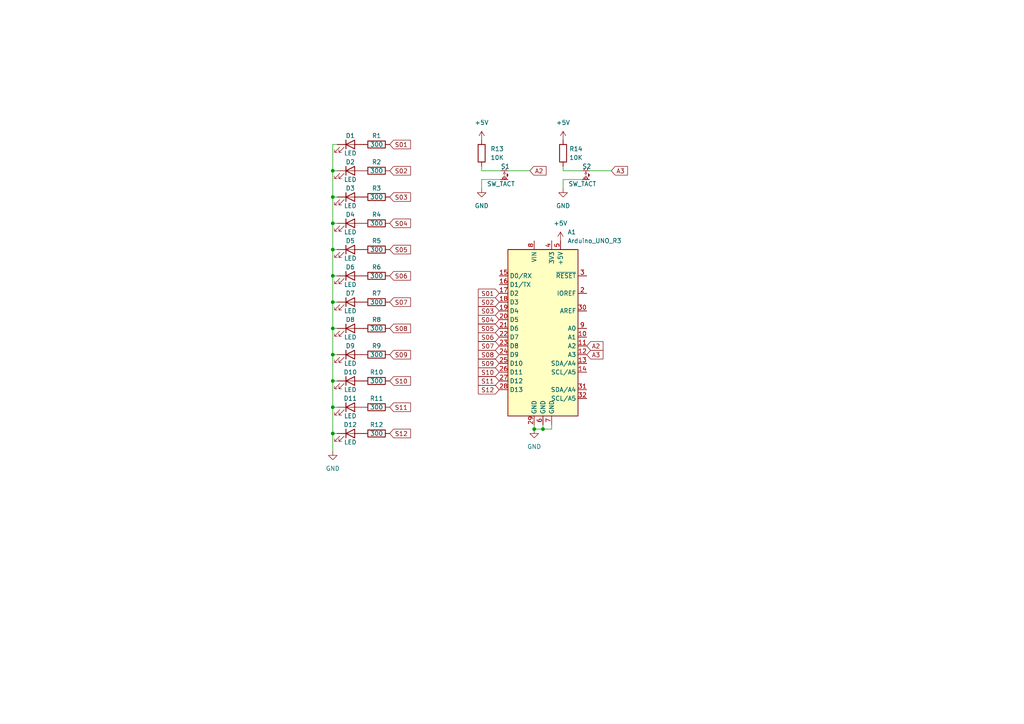
<source format=kicad_sch>
(kicad_sch (version 20211123) (generator eeschema)
  (paper "A4")
  (title_block (title "LED_Roulette_Shield") (date "0220822"))
  (lib_symbols
    (symbol "Device:LED" (pin_numbers hide) (pin_names (offset 1.016) hide)
      (property "Reference" "D" (at 0 2.54 0))
      (property "Value" "LED" (at 0 -2.54 0))
      (symbol "LED_0_1"
        (polyline (pts (xy -1.27 -1.27) (xy -1.27 1.27)) (stroke (width 0.254)))
        (polyline (pts (xy -1.27 0) (xy 1.27 0)))
        (polyline (pts (xy 1.27 -1.27) (xy 1.27 1.27) (xy -1.27 0) (xy 1.27 -1.27)) (stroke (width 0.254)))
        (polyline (pts (xy -3.048 -0.762) (xy -4.572 -2.286) (xy -3.81 -2.286) (xy -4.572 -2.286) (xy -4.572 -1.524)))
        (polyline (pts (xy -1.778 -0.762) (xy -3.302 -2.286) (xy -2.54 -2.286) (xy -3.302 -2.286) (xy -3.302 -1.524)))
      )
      (symbol "LED_1_1"
        (pin passive line (at -3.81 0 0) (length 2.54) (name "K") (number "1"))
        (pin passive line (at 3.81 0 180) (length 2.54) (name "A") (number "2"))
      )
    )
    (symbol "Device:R" (pin_numbers hide) (pin_names (offset 0))
      (property "Reference" "R" (at 2.032 0 90))
      (property "Value" "R" (at 0 0 90))
      (symbol "R_0_1"
        (rectangle (start -1.016 -2.54) (end 1.016 2.54) (stroke (width 0.254)))
      )
      (symbol "R_1_1"
        (pin passive line (at 0 3.81 270) (length 1.27) (name "~") (number "1"))
        (pin passive line (at 0 -3.81 90) (length 1.27) (name "~") (number "2"))
      )
    )
    (symbol "Hyuk_Library:NW3-TS-G008"
      (property "Reference" "S" (at 1.016 1.778 0))
      (property "Value" "NW3-TS-G008" (at 1.016 -6.096 0))
      (symbol "NW3-TS-G008_0_1"
        (polyline (pts (xy 1.016 -2.032) (xy 1.016 -2.54)))
        (polyline (pts (xy 1.016 0) (xy 1.016 -0.508)))
        (polyline (pts (xy 1.778 -0.762) (xy 1.778 -1.778)))
        (circle (center 1.016 -1.778) (radius 0.254))
        (circle (center 1.016 -0.762) (radius 0.254))
        (rectangle (start 1.778 -1.016) (end 2.032 -1.524) (fill (type outline)))
      )
      (symbol "NW3-TS-G008_1_1"
        (pin input line (at 0 0 0) (length 1.05) (name "") (number "1"))
        (pin input line (at 0 -2.54 0) (length 1.05) (name "") (number "2"))
        (pin input line (at 2.032 -2.54 180) (length 1.05) (name "") (number "3"))
        (pin input line (at 2.032 0 180) (length 1.05) (name "") (number "4"))
      )
    )
    (symbol "MCU_Module:Arduino_UNO_R3"
      (property "Reference" "A" (at -10.16 23.495 0))
      (property "Value" "Arduino_UNO_R3" (at 5.08 -26.67 0))
      (symbol "Arduino_UNO_R3_0_1"
        (rectangle (start -10.16 22.86) (end 10.16 -25.4) (stroke (width 0.254)) (fill (type background)))
      )
      (symbol "Arduino_UNO_R3_1_1"
        (pin no_connect line (at -10.16 -20.32 0) (length 2.54) hide (name "NC") (number "1"))
        (pin bidirectional line (at 12.7 -2.54 180) (length 2.54) (name "A1") (number "10"))
        (pin bidirectional line (at 12.7 -5.08 180) (length 2.54) (name "A2") (number "11"))
        (pin bidirectional line (at 12.7 -7.62 180) (length 2.54) (name "A3") (number "12"))
        (pin bidirectional line (at 12.7 -10.16 180) (length 2.54) (name "SDA/A4") (number "13"))
        (pin bidirectional line (at 12.7 -12.7 180) (length 2.54) (name "SCL/A5") (number "14"))
        (pin bidirectional line (at -12.7 15.24 0) (length 2.54) (name "D0/RX") (number "15"))
        (pin bidirectional line (at -12.7 12.7 0) (length 2.54) (name "D1/TX") (number "16"))
        (pin bidirectional line (at -12.7 10.16 0) (length 2.54) (name "D2") (number "17"))
        (pin bidirectional line (at -12.7 7.62 0) (length 2.54) (name "D3") (number "18"))
        (pin bidirectional line (at -12.7 5.08 0) (length 2.54) (name "D4") (number "19"))
        (pin output line (at 12.7 10.16 180) (length 2.54) (name "IOREF") (number "2"))
        (pin bidirectional line (at -12.7 2.54 0) (length 2.54) (name "D5") (number "20"))
        (pin bidirectional line (at -12.7 0 0) (length 2.54) (name "D6") (number "21"))
        (pin bidirectional line (at -12.7 -2.54 0) (length 2.54) (name "D7") (number "22"))
        (pin bidirectional line (at -12.7 -5.08 0) (length 2.54) (name "D8") (number "23"))
        (pin bidirectional line (at -12.7 -7.62 0) (length 2.54) (name "D9") (number "24"))
        (pin bidirectional line (at -12.7 -10.16 0) (length 2.54) (name "D10") (number "25"))
        (pin bidirectional line (at -12.7 -12.7 0) (length 2.54) (name "D11") (number "26"))
        (pin bidirectional line (at -12.7 -15.24 0) (length 2.54) (name "D12") (number "27"))
        (pin bidirectional line (at -12.7 -17.78 0) (length 2.54) (name "D13") (number "28"))
        (pin power_in line (at -2.54 -27.94 90) (length 2.54) (name "GND") (number "29"))
        (pin input line (at 12.7 15.24 180) (length 2.54) (name "~{RESET}") (number "3"))
        (pin input line (at 12.7 5.08 180) (length 2.54) (name "AREF") (number "30"))
        (pin bidirectional line (at 12.7 -17.78 180) (length 2.54) (name "SDA/A4") (number "31"))
        (pin bidirectional line (at 12.7 -20.32 180) (length 2.54) (name "SCL/A5") (number "32"))
        (pin power_out line (at 2.54 25.4 270) (length 2.54) (name "3V3") (number "4"))
        (pin power_out line (at 5.08 25.4 270) (length 2.54) (name "+5V") (number "5"))
        (pin power_in line (at 0 -27.94 90) (length 2.54) (name "GND") (number "6"))
        (pin power_in line (at 2.54 -27.94 90) (length 2.54) (name "GND") (number "7"))
        (pin power_in line (at -2.54 25.4 270) (length 2.54) (name "VIN") (number "8"))
        (pin bidirectional line (at 12.7 0 180) (length 2.54) (name "A0") (number "9"))
      )
    )
    (symbol "power:+5V" (power) (pin_names (offset 0))
      (property "Value" "+5V" (at 0 3.556 0))
      (symbol "+5V_0_1"
        (polyline (pts (xy -0.762 1.27) (xy 0 2.54)))
        (polyline (pts (xy 0 0) (xy 0 2.54)))
        (polyline (pts (xy 0 2.54) (xy 0.762 1.27)))
      )
      (symbol "+5V_1_1"
        (pin power_in line (at 0 0 90) (length 0) hide (name "+5V") (number "1"))
      )
    )
    (symbol "power:GND" (power) (pin_names (offset 0))
      (property "Value" "GND" (at 0 -3.81 0))
      (symbol "GND_0_1"
        (polyline (pts (xy 0 0) (xy 0 -1.27) (xy 1.27 -1.27) (xy 0 -2.54) (xy -1.27 -1.27) (xy 0 -1.27)))
      )
      (symbol "GND_1_1"
        (pin power_in line (at 0 0 270) (length 0) hide (name "GND") (number "1"))
      )
    )
  )
  (junction (at 96.52 57.15))
  (junction (at 154.94 124.46))
  (junction (at 96.52 64.77))
  (junction (at 96.52 80.01))
  (junction (at 96.52 49.53))
  (junction (at 96.52 102.87))
  (junction (at 157.48 124.46))
  (junction (at 96.52 125.73))
  (junction (at 96.52 110.49))
  (junction (at 96.52 87.63))
  (junction (at 96.52 118.11))
  (junction (at 96.52 72.39))
  (junction (at 96.52 95.25))
  (wire (pts (xy 157.48 123.19) (xy 157.48 124.46)))
  (wire (pts (xy 96.52 110.49) (xy 97.79 110.49)))
  (wire (pts (xy 153.67 49.53) (xy 147.32 49.53)))
  (wire (pts (xy 154.94 123.19) (xy 154.94 124.46)))
  (wire (pts (xy 96.52 49.53) (xy 97.79 49.53)))
  (wire (pts (xy 163.322 52.07) (xy 168.91 52.07)))
  (wire (pts (xy 96.52 110.49) (xy 96.52 102.87)))
  (wire (pts (xy 96.52 57.15) (xy 96.52 49.53)))
  (wire (pts (xy 96.52 102.87) (xy 97.79 102.87)))
  (wire (pts (xy 139.7 48.26) (xy 139.7 49.53)))
  (wire (pts (xy 139.7 52.07) (xy 145.288 52.07)))
  (wire (pts (xy 154.94 124.46) (xy 157.48 124.46)))
  (wire (pts (xy 96.52 80.01) (xy 96.52 72.39)))
  (wire (pts (xy 96.52 125.73) (xy 96.52 118.11)))
  (wire (pts (xy 96.52 87.63) (xy 97.79 87.63)))
  (wire (pts (xy 163.322 52.07) (xy 163.322 54.61)))
  (wire (pts (xy 96.52 41.91) (xy 97.79 41.91)))
  (wire (pts (xy 96.52 57.15) (xy 97.79 57.15)))
  (wire (pts (xy 163.322 48.26) (xy 163.322 49.53)))
  (wire (pts (xy 163.322 49.53) (xy 168.91 49.53)))
  (wire (pts (xy 96.52 64.77) (xy 97.79 64.77)))
  (wire (pts (xy 177.292 49.53) (xy 170.942 49.53)))
  (wire (pts (xy 139.7 52.07) (xy 139.7 54.61)))
  (wire (pts (xy 96.52 95.25) (xy 96.52 87.63)))
  (wire (pts (xy 96.52 118.11) (xy 97.79 118.11)))
  (wire (pts (xy 96.52 87.63) (xy 96.52 80.01)))
  (wire (pts (xy 96.52 95.25) (xy 97.79 95.25)))
  (wire (pts (xy 96.52 72.39) (xy 96.52 64.77)))
  (wire (pts (xy 160.02 124.46) (xy 160.02 123.19)))
  (wire (pts (xy 96.52 64.77) (xy 96.52 57.15)))
  (wire (pts (xy 96.52 72.39) (xy 97.79 72.39)))
  (wire (pts (xy 96.52 80.01) (xy 97.79 80.01)))
  (wire (pts (xy 96.52 102.87) (xy 96.52 95.25)))
  (wire (pts (xy 139.7 49.53) (xy 145.288 49.53)))
  (wire (pts (xy 96.52 118.11) (xy 96.52 110.49)))
  (wire (pts (xy 96.52 130.81) (xy 96.52 125.73)))
  (wire (pts (xy 157.48 124.46) (xy 160.02 124.46)))
  (wire (pts (xy 96.52 125.73) (xy 97.79 125.73)))
  (wire (pts (xy 96.52 49.53) (xy 96.52 41.91)))
  (global_label "A2" (shape input) (at 170.18 100.33 0) (property "Intersheet References" "${INTERSHEET_REFS}" (effects hide)))
  (global_label "S12" (shape input) (at 144.78 113.03 180) (property "Intersheet References" "${INTERSHEET_REFS}" (effects hide)))
  (global_label "S04" (shape input) (at 113.03 64.77 0) (property "Intersheet References" "${INTERSHEET_REFS}" (effects hide)))
  (global_label "S10" (shape input) (at 144.78 107.95 180) (property "Intersheet References" "${INTERSHEET_REFS}" (effects hide)))
  (global_label "A3" (shape input) (at 177.292 49.53 0) (property "Intersheet References" "${INTERSHEET_REFS}" (effects hide)))
  (global_label "A3" (shape input) (at 170.18 102.87 0) (property "Intersheet References" "${INTERSHEET_REFS}" (effects hide)))
  (global_label "S02" (shape input) (at 113.03 49.53 0) (property "Intersheet References" "${INTERSHEET_REFS}" (effects hide)))
  (global_label "S05" (shape input) (at 113.03 72.39 0) (property "Intersheet References" "${INTERSHEET_REFS}" (effects hide)))
  (global_label "S04" (shape input) (at 144.78 92.71 180) (property "Intersheet References" "${INTERSHEET_REFS}" (effects hide)))
  (global_label "S12" (shape input) (at 113.03 125.73 0) (property "Intersheet References" "${INTERSHEET_REFS}" (effects hide)))
  (global_label "S08" (shape input) (at 144.78 102.87 180) (property "Intersheet References" "${INTERSHEET_REFS}" (effects hide)))
  (global_label "S06" (shape input) (at 144.78 97.79 180) (property "Intersheet References" "${INTERSHEET_REFS}" (effects hide)))
  (global_label "S10" (shape input) (at 113.03 110.49 0) (property "Intersheet References" "${INTERSHEET_REFS}" (effects hide)))
  (global_label "S05" (shape input) (at 144.78 95.25 180) (property "Intersheet References" "${INTERSHEET_REFS}" (effects hide)))
  (global_label "S06" (shape input) (at 113.03 80.01 0) (property "Intersheet References" "${INTERSHEET_REFS}" (effects hide)))
  (global_label "S03" (shape input) (at 113.03 57.15 0) (property "Intersheet References" "${INTERSHEET_REFS}" (effects hide)))
  (global_label "S09" (shape input) (at 144.78 105.41 180) (property "Intersheet References" "${INTERSHEET_REFS}" (effects hide)))
  (global_label "S03" (shape input) (at 144.78 90.17 180) (property "Intersheet References" "${INTERSHEET_REFS}" (effects hide)))
  (global_label "S02" (shape input) (at 144.78 87.63 180) (property "Intersheet References" "${INTERSHEET_REFS}" (effects hide)))
  (global_label "S07" (shape input) (at 113.03 87.63 0) (property "Intersheet References" "${INTERSHEET_REFS}" (effects hide)))
  (global_label "S09" (shape input) (at 113.03 102.87 0) (property "Intersheet References" "${INTERSHEET_REFS}" (effects hide)))
  (global_label "S01" (shape input) (at 113.03 41.91 0) (property "Intersheet References" "${INTERSHEET_REFS}" (effects hide)))
  (global_label "A2" (shape input) (at 153.67 49.53 0) (property "Intersheet References" "${INTERSHEET_REFS}" (effects hide)))
  (global_label "S11" (shape input) (at 144.78 110.49 180) (property "Intersheet References" "${INTERSHEET_REFS}" (effects hide)))
  (global_label "S08" (shape input) (at 113.03 95.25 0) (property "Intersheet References" "${INTERSHEET_REFS}" (effects hide)))
  (global_label "S01" (shape input) (at 144.78 85.09 180) (property "Intersheet References" "${INTERSHEET_REFS}" (effects hide)))
  (global_label "S11" (shape input) (at 113.03 118.11 0) (property "Intersheet References" "${INTERSHEET_REFS}" (effects hide)))
  (global_label "S07" (shape input) (at 144.78 100.33 180) (property "Intersheet References" "${INTERSHEET_REFS}" (effects hide)))
  (symbol (lib_id "Device:R") (at 109.22 41.91 270) (unit 1)
    (property "Reference" "R1" (at 109.22 39.37 90))
    (property "Value" "300" (at 109.22 41.91 90))
    (property "Footprint" "Resistor_THT:R_Axial_DIN0207_L6.3mm_D2.5mm_P7.62mm_Horizontal" (effects hide))
  )
  (symbol (lib_id "Device:LED") (at 101.6 118.11 0) (unit 1)
    (property "Reference" "D11" (at 101.6 115.57 0))
    (property "Value" "LED" (at 101.6 120.65 0))
    (property "Footprint" "LED_THT:LED_D5.0mm" (effects hide))
  )
  (symbol (lib_id "Device:R") (at 109.22 72.39 270) (unit 1)
    (property "Reference" "R5" (at 109.22 69.85 90))
    (property "Value" "300" (at 109.22 72.39 90))
    (property "Footprint" "Resistor_THT:R_Axial_DIN0207_L6.3mm_D2.5mm_P7.62mm_Horizontal" (effects hide))
  )
  (symbol (lib_id "Hyuk_Library:NW3-TS-G008") (at 168.91 49.53 0) (unit 1)
    (property "Reference" "S2" (at 170.18 48.26 0))
    (property "Value" "SW_TACT" (at 168.91 53.34 0))
    (property "Footprint" "Hyuk_Library:NW3-TS-G008" (effects hide))
  )
  (symbol (lib_id "Device:LED") (at 101.6 49.53 0) (unit 1)
    (property "Reference" "D2" (at 101.6 46.99 0))
    (property "Value" "LED" (at 101.6 52.07 0))
    (property "Footprint" "LED_THT:LED_D5.0mm" (effects hide))
  )
  (symbol (lib_id "Device:R") (at 109.22 49.53 270) (unit 1)
    (property "Reference" "R2" (at 109.22 46.99 90))
    (property "Value" "300" (at 109.22 49.53 90))
    (property "Footprint" "Resistor_THT:R_Axial_DIN0207_L6.3mm_D2.5mm_P7.62mm_Horizontal" (effects hide))
  )
  (symbol (lib_id "power:GND") (at 139.7 54.61 0) (unit 1)
    (property "Reference" "#PWR014" (effects hide))
    (property "Value" "GND" (at 139.7 59.69 0))
  )
  (symbol (lib_id "Device:R") (at 109.22 125.73 270) (unit 1)
    (property "Reference" "R12" (at 109.22 123.19 90))
    (property "Value" "300" (at 109.22 125.73 90))
    (property "Footprint" "Resistor_THT:R_Axial_DIN0207_L6.3mm_D2.5mm_P7.62mm_Horizontal" (effects hide))
  )
  (symbol (lib_id "Device:R") (at 109.22 80.01 270) (unit 1)
    (property "Reference" "R6" (at 109.22 77.47 90))
    (property "Value" "300" (at 109.22 80.01 90))
    (property "Footprint" "Resistor_THT:R_Axial_DIN0207_L6.3mm_D2.5mm_P7.62mm_Horizontal" (effects hide))
  )
  (symbol (lib_id "Device:LED") (at 101.6 102.87 0) (unit 1)
    (property "Reference" "D9" (at 101.6 100.33 0))
    (property "Value" "LED" (at 101.6 105.41 0))
    (property "Footprint" "LED_THT:LED_D5.0mm" (effects hide))
  )
  (symbol (lib_id "Device:R") (at 163.322 44.45 180) (unit 1)
    (property "Reference" "R14" (at 165.1 43.1799 0) (effects (justify right)))
    (property "Value" "10K" (at 165.1 45.7199 0) (effects (justify right)))
    (property "Footprint" "Resistor_THT:R_Axial_DIN0207_L6.3mm_D2.5mm_P7.62mm_Horizontal" (effects hide))
  )
  (symbol (lib_id "Device:R") (at 109.22 95.25 270) (unit 1)
    (property "Reference" "R8" (at 109.22 92.71 90))
    (property "Value" "300" (at 109.22 95.25 90))
    (property "Footprint" "Resistor_THT:R_Axial_DIN0207_L6.3mm_D2.5mm_P7.62mm_Horizontal" (effects hide))
  )
  (symbol (lib_id "Device:R") (at 109.22 64.77 270) (unit 1)
    (property "Reference" "R4" (at 109.22 62.23 90))
    (property "Value" "300" (at 109.22 64.77 90))
    (property "Footprint" "Resistor_THT:R_Axial_DIN0207_L6.3mm_D2.5mm_P7.62mm_Horizontal" (effects hide))
  )
  (symbol (lib_id "Device:R") (at 109.22 110.49 270) (unit 1)
    (property "Reference" "R10" (at 109.22 107.95 90))
    (property "Value" "300" (at 109.22 110.49 90))
    (property "Footprint" "Resistor_THT:R_Axial_DIN0207_L6.3mm_D2.5mm_P7.62mm_Horizontal" (effects hide))
  )
  (symbol (lib_id "Hyuk_Library:NW3-TS-G008") (at 145.288 49.53 0) (unit 1)
    (property "Reference" "S1" (at 146.558 48.26 0))
    (property "Value" "SW_TACT" (at 145.288 53.34 0))
    (property "Footprint" "Hyuk_Library:NW3-TS-G008" (effects hide))
  )
  (symbol (lib_id "Device:R") (at 109.22 118.11 270) (unit 1)
    (property "Reference" "R11" (at 109.22 115.57 90))
    (property "Value" "300" (at 109.22 118.11 90))
    (property "Footprint" "Resistor_THT:R_Axial_DIN0207_L6.3mm_D2.5mm_P7.62mm_Horizontal" (effects hide))
  )
  (symbol (lib_id "Device:LED") (at 101.6 80.01 0) (unit 1)
    (property "Reference" "D6" (at 101.6 77.47 0))
    (property "Value" "LED" (at 101.6 82.55 0))
    (property "Footprint" "LED_THT:LED_D5.0mm" (effects hide))
  )
  (symbol (lib_id "power:GND") (at 96.52 130.81 0) (unit 1)
    (property "Reference" "#PWR012" (effects hide))
    (property "Value" "GND" (at 96.52 135.89 0))
  )
  (symbol (lib_id "power:+5V") (at 139.7 40.64 0) (unit 1)
    (property "Reference" "#PWR013" (effects hide))
    (property "Value" "+5V" (at 139.7 35.56 0))
  )
  (symbol (lib_id "power:GND") (at 154.94 124.46 0) (unit 1)
    (property "Reference" "#PWR015" (effects hide))
    (property "Value" "GND" (at 154.94 129.54 0))
  )
  (symbol (lib_id "power:+5V") (at 163.322 40.64 0) (unit 1)
    (property "Reference" "#PWR017" (effects hide))
    (property "Value" "+5V" (at 163.322 35.56 0))
  )
  (symbol (lib_id "Device:LED") (at 101.6 87.63 0) (unit 1)
    (property "Reference" "D7" (at 101.6 85.09 0))
    (property "Value" "LED" (at 101.6 90.17 0))
    (property "Footprint" "LED_THT:LED_D5.0mm" (effects hide))
  )
  (symbol (lib_id "Device:LED") (at 101.6 64.77 0) (unit 1)
    (property "Reference" "D4" (at 101.6 62.23 0))
    (property "Value" "LED" (at 101.6 67.31 0))
    (property "Footprint" "LED_THT:LED_D5.0mm" (effects hide))
  )
  (symbol (lib_id "Device:R") (at 109.22 57.15 270) (unit 1)
    (property "Reference" "R3" (at 109.22 54.61 90))
    (property "Value" "300" (at 109.22 57.15 90))
    (property "Footprint" "Resistor_THT:R_Axial_DIN0207_L6.3mm_D2.5mm_P7.62mm_Horizontal" (effects hide))
  )
  (symbol (lib_id "Device:LED") (at 101.6 95.25 0) (unit 1)
    (property "Reference" "D8" (at 101.6 92.71 0))
    (property "Value" "LED" (at 101.6 97.79 0))
    (property "Footprint" "LED_THT:LED_D5.0mm" (effects hide))
  )
  (symbol (lib_id "Device:LED") (at 101.6 110.49 0) (unit 1)
    (property "Reference" "D10" (at 101.6 107.95 0))
    (property "Value" "LED" (at 101.6 113.03 0))
    (property "Footprint" "LED_THT:LED_D5.0mm" (effects hide))
  )
  (symbol (lib_id "Device:LED") (at 101.6 125.73 0) (unit 1)
    (property "Reference" "D12" (at 101.6 123.19 0))
    (property "Value" "LED" (at 101.6 128.27 0))
    (property "Footprint" "LED_THT:LED_D5.0mm" (effects hide))
  )
  (symbol (lib_id "Device:LED") (at 101.6 57.15 0) (unit 1)
    (property "Reference" "D3" (at 101.6 54.61 0))
    (property "Value" "LED" (at 101.6 59.69 0))
    (property "Footprint" "LED_THT:LED_D5.0mm" (effects hide))
  )
  (symbol (lib_id "MCU_Module:Arduino_UNO_R3") (at 157.48 95.25 0) (unit 1)
    (property "Reference" "A1" (at 164.5794 67.31 0) (effects (justify left)))
    (property "Value" "Arduino_UNO_R3" (at 164.5794 69.85 0) (effects (justify left)))
    (property "Footprint" "Module:Arduino_UNO_R3" (effects hide))
    (property "Datasheet" "https://www.arduino.cc/en/Main/arduinoBoardUno" (effects hide))
  )
  (symbol (lib_id "Device:R") (at 109.22 87.63 270) (unit 1)
    (property "Reference" "R7" (at 109.22 85.09 90))
    (property "Value" "300" (at 109.22 87.63 90))
    (property "Footprint" "Resistor_THT:R_Axial_DIN0207_L6.3mm_D2.5mm_P7.62mm_Horizontal" (effects hide))
  )
  (symbol (lib_id "power:+5V") (at 162.56 69.85 0) (unit 1)
    (property "Reference" "#PWR016" (effects hide))
    (property "Value" "+5V" (at 162.56 64.77 0))
  )
  (symbol (lib_id "power:GND") (at 163.322 54.61 0) (unit 1)
    (property "Reference" "#PWR018" (effects hide))
    (property "Value" "GND" (at 163.322 59.69 0))
  )
  (symbol (lib_id "Device:LED") (at 101.6 72.39 0) (unit 1)
    (property "Reference" "D5" (at 101.6 69.85 0))
    (property "Value" "LED" (at 101.6 74.93 0))
    (property "Footprint" "LED_THT:LED_D5.0mm" (effects hide))
  )
  (symbol (lib_id "Device:R") (at 109.22 102.87 270) (unit 1)
    (property "Reference" "R9" (at 109.22 100.33 90))
    (property "Value" "300" (at 109.22 102.87 90))
    (property "Footprint" "Resistor_THT:R_Axial_DIN0207_L6.3mm_D2.5mm_P7.62mm_Horizontal" (effects hide))
  )
  (symbol (lib_id "Device:LED") (at 101.6 41.91 0) (unit 1)
    (property "Reference" "D1" (at 101.6 39.37 0))
    (property "Value" "LED" (at 101.6 44.45 0))
    (property "Footprint" "LED_THT:LED_D5.0mm" (effects hide))
  )
  (symbol (lib_id "Device:R") (at 139.7 44.45 180) (unit 1)
    (property "Reference" "R13" (at 142.24 43.1799 0) (effects (justify right)))
    (property "Value" "10K" (at 142.24 45.7199 0) (effects (justify right)))
    (property "Footprint" "Resistor_THT:R_Axial_DIN0207_L6.3mm_D2.5mm_P7.62mm_Horizontal" (effects hide))
  )
)
</source>
